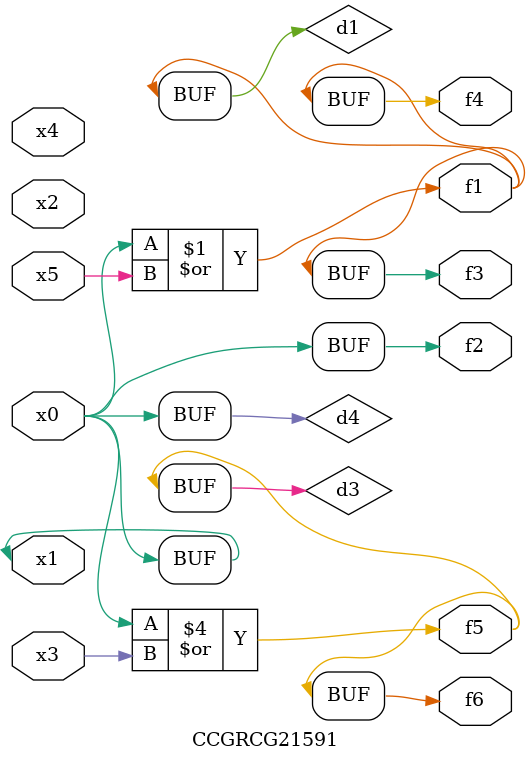
<source format=v>
module CCGRCG21591(
	input x0, x1, x2, x3, x4, x5,
	output f1, f2, f3, f4, f5, f6
);

	wire d1, d2, d3, d4;

	or (d1, x0, x5);
	xnor (d2, x1, x4);
	or (d3, x0, x3);
	buf (d4, x0, x1);
	assign f1 = d1;
	assign f2 = d4;
	assign f3 = d1;
	assign f4 = d1;
	assign f5 = d3;
	assign f6 = d3;
endmodule

</source>
